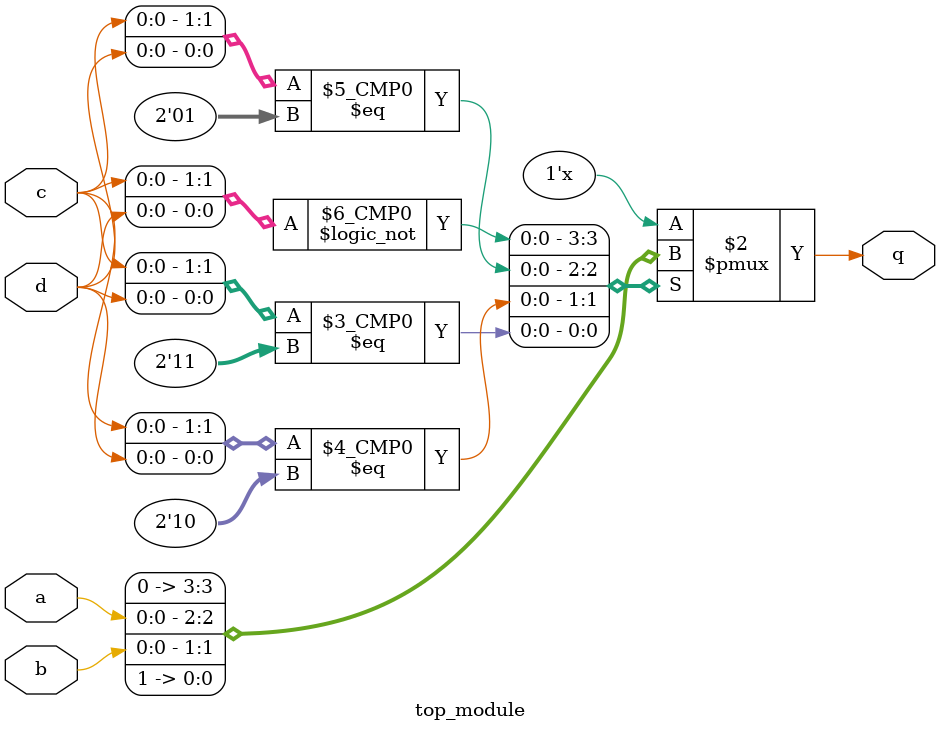
<source format=sv>
module top_module (
    input wire a,
    input wire b,
    input wire c,
    input wire d,
    output reg q
);

    always @(*)
    begin
        case ({c, d})
            2'b00: q = 1'b0;
            2'b01: q = a;
            2'b10: q = b;
            2'b11: q = 1'b1;
        endcase
    end

endmodule

</source>
